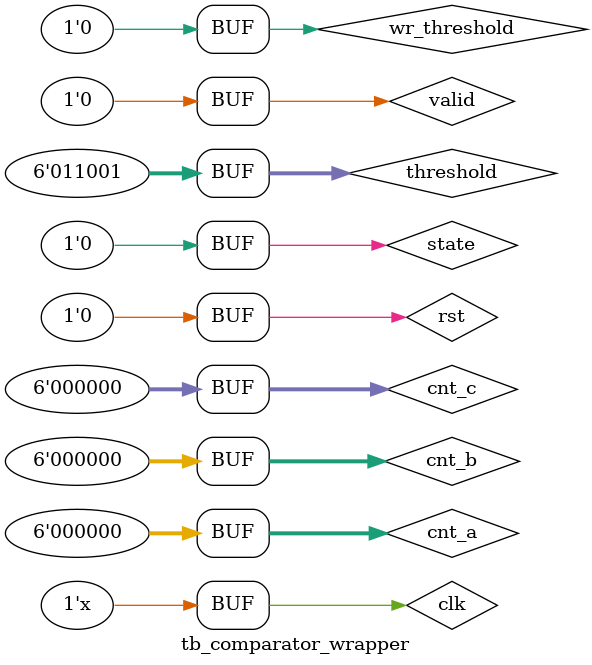
<source format=v>
`timescale 1ns / 1ps
`default_nettype none

`include "../../sources_1/new/comparator_wrapper.v"


module tb_comparator_wrapper(

    );

    localparam VECTOR_WIDTH     = 35;
    localparam BUS_WIDTH        = 20;
    localparam CNT_WIDTH        = $clog2(VECTOR_WIDTH);

    localparam CLK_PERIOD       = 10;
    localparam HALF_CLK_PERIOD  = CLK_PERIOD/2;

    localparam LOAD_RAM         = 1'b0;
    localparam DUT_TEST         = 1'b1;
    localparam THRESHOLD        = 24;


    //
    reg rst = 1;
    reg clk = 0;

    reg [CNT_WIDTH-1:0] cnt_a = 0;
    reg [CNT_WIDTH-1:0] cnt_b = 0;
    reg [CNT_WIDTH-1:0] cnt_c = 0;

    reg [CNT_WIDTH-1:0] threshold       = 25;
    reg                 wr_threshold    = 0;
    reg                 valid           = 0;

    wire out_valid;
    wire ready;
    wire dout;

    // testbench state machine
    reg state = LOAD_RAM;

    // DUT
    comparator_wrapper #(
        .VECTOR_WIDTH   (VECTOR_WIDTH   ),
        .BUS_WIDTH      (BUS_WIDTH      )
    ) u_dut (
        .clk            (clk            ),
        .rst            (rst            ),
        .i_CntA         (cnt_a          ),
        .i_CntB         (cnt_b          ),
        .i_CntC         (cnt_c          ),
        .i_WrThreshold  (wr_threshold   ),
        .i_Threshold    (threshold      ),
        .i_Valid        (valid          ),
        .o_Valid        (out_valid      ),
        .o_Ready        (ready          ),
        .o_Dout         (dout           )          // 1: over threshold, 0: under threshold
    );

    // clk gen
    always begin 
        clk <= ~clk;
        #HALF_CLK_PERIOD;
    end


    initial begin
        #10;
        rst <= 1'b0;
        #500;
        wr_threshold <= 1'b1;
        #CLK_PERIOD;
        wr_threshold <= 1'b0;
        #550;
        wr_threshold <= 1'b1;
        #CLK_PERIOD;
        wr_threshold <= 1'b0;
    end


    initial begin
        #2000;
        #CLK_PERIOD;
        valid <= 1'b1;
        cnt_a <= 33;
        cnt_b <= 17;
        cnt_c <= 17;
        #CLK_PERIOD;
        cnt_a <= 8;
        cnt_b <= 19;
        cnt_c <= 6;
        #CLK_PERIOD;
        cnt_a <= 15;
        cnt_b <= 32;
        cnt_c <= 12;
        #CLK_PERIOD;
        cnt_a <= 35;
        cnt_b <= 17;
        cnt_c <= 17;
        #CLK_PERIOD;
        cnt_a <= 8;
        cnt_b <= 5;
        cnt_c <= 1;
        #CLK_PERIOD;
        cnt_a <= 35;
        cnt_b <= 35;
        cnt_c <= 35;
        #CLK_PERIOD;
        cnt_a <= 24;
        cnt_b <= 0;
        cnt_c <= 0;
        #CLK_PERIOD;
        cnt_a <= 0;
        cnt_b <= 0;
        cnt_c <= 0;
        #CLK_PERIOD;
        valid <= 1'b0;
        #500;
        #CLK_PERIOD;
        cnt_a <= 33;
        cnt_b <= 17;
        cnt_c <= 17;
        #CLK_PERIOD;
        valid <= 1'b1;
        cnt_a <= 8;
        cnt_b <= 19;
        cnt_c <= 6;
        #CLK_PERIOD;
        cnt_a <= 15;
        cnt_b <= 32;
        cnt_c <= 12;
        #CLK_PERIOD;
        cnt_a <= 35;
        cnt_b <= 17;
        cnt_c <= 17;
        #CLK_PERIOD;
        cnt_a <= 8;
        cnt_b <= 5;
        cnt_c <= 1;
        #CLK_PERIOD;
        cnt_a <= 35;
        cnt_b <= 35;
        cnt_c <= 35;
        #CLK_PERIOD;
        cnt_a <= 24;
        cnt_b <= 0;
        cnt_c <= 0;
        #CLK_PERIOD;
        cnt_a <= 0;
        cnt_b <= 0;
        cnt_c <= 0;
        #CLK_PERIOD;
        valid <= 1'b0;
    end



endmodule




</source>
